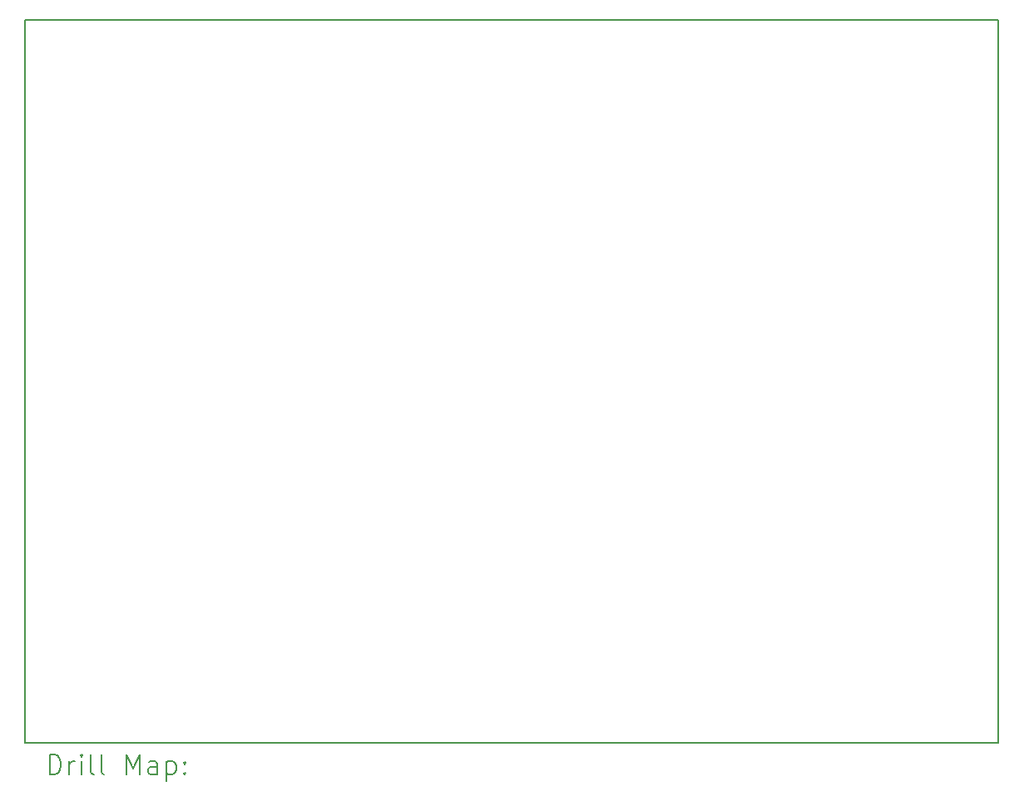
<source format=gbr>
%FSLAX45Y45*%
G04 Gerber Fmt 4.5, Leading zero omitted, Abs format (unit mm)*
G04 Created by KiCad (PCBNEW 6.0.5-a6ca702e91~116~ubuntu20.04.1) date 2022-05-31 08:00:06*
%MOMM*%
%LPD*%
G01*
G04 APERTURE LIST*
%TA.AperFunction,Profile*%
%ADD10C,0.200000*%
%TD*%
%ADD11C,0.200000*%
G04 APERTURE END LIST*
D10*
X11938000Y-8636000D02*
X21844000Y-8636000D01*
X21844000Y-8636000D02*
X21844000Y-16002000D01*
X21844000Y-16002000D02*
X11938000Y-16002000D01*
X11938000Y-16002000D02*
X11938000Y-8636000D01*
D11*
X12185619Y-16322476D02*
X12185619Y-16122476D01*
X12233238Y-16122476D01*
X12261809Y-16132000D01*
X12280857Y-16151048D01*
X12290381Y-16170095D01*
X12299905Y-16208190D01*
X12299905Y-16236762D01*
X12290381Y-16274857D01*
X12280857Y-16293905D01*
X12261809Y-16312952D01*
X12233238Y-16322476D01*
X12185619Y-16322476D01*
X12385619Y-16322476D02*
X12385619Y-16189143D01*
X12385619Y-16227238D02*
X12395143Y-16208190D01*
X12404667Y-16198667D01*
X12423714Y-16189143D01*
X12442762Y-16189143D01*
X12509428Y-16322476D02*
X12509428Y-16189143D01*
X12509428Y-16122476D02*
X12499905Y-16132000D01*
X12509428Y-16141524D01*
X12518952Y-16132000D01*
X12509428Y-16122476D01*
X12509428Y-16141524D01*
X12633238Y-16322476D02*
X12614190Y-16312952D01*
X12604667Y-16293905D01*
X12604667Y-16122476D01*
X12738000Y-16322476D02*
X12718952Y-16312952D01*
X12709428Y-16293905D01*
X12709428Y-16122476D01*
X12966571Y-16322476D02*
X12966571Y-16122476D01*
X13033238Y-16265333D01*
X13099905Y-16122476D01*
X13099905Y-16322476D01*
X13280857Y-16322476D02*
X13280857Y-16217714D01*
X13271333Y-16198667D01*
X13252286Y-16189143D01*
X13214190Y-16189143D01*
X13195143Y-16198667D01*
X13280857Y-16312952D02*
X13261809Y-16322476D01*
X13214190Y-16322476D01*
X13195143Y-16312952D01*
X13185619Y-16293905D01*
X13185619Y-16274857D01*
X13195143Y-16255809D01*
X13214190Y-16246286D01*
X13261809Y-16246286D01*
X13280857Y-16236762D01*
X13376095Y-16189143D02*
X13376095Y-16389143D01*
X13376095Y-16198667D02*
X13395143Y-16189143D01*
X13433238Y-16189143D01*
X13452286Y-16198667D01*
X13461809Y-16208190D01*
X13471333Y-16227238D01*
X13471333Y-16284381D01*
X13461809Y-16303428D01*
X13452286Y-16312952D01*
X13433238Y-16322476D01*
X13395143Y-16322476D01*
X13376095Y-16312952D01*
X13557048Y-16303428D02*
X13566571Y-16312952D01*
X13557048Y-16322476D01*
X13547524Y-16312952D01*
X13557048Y-16303428D01*
X13557048Y-16322476D01*
X13557048Y-16198667D02*
X13566571Y-16208190D01*
X13557048Y-16217714D01*
X13547524Y-16208190D01*
X13557048Y-16198667D01*
X13557048Y-16217714D01*
M02*

</source>
